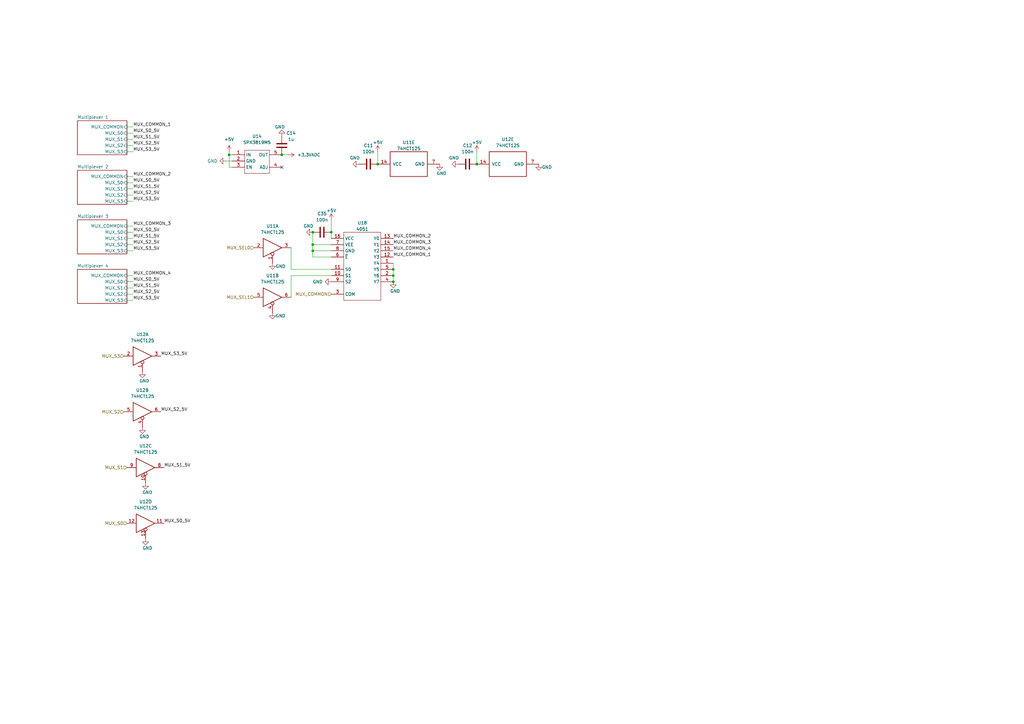
<source format=kicad_sch>
(kicad_sch (version 20230121) (generator eeschema)
  (paper "A3")
  (lib_symbols
    (symbol "74LVC125_1" (pin_names (offset 1.016))
      (property "Reference" "U?" (at 0 8.89 0))
      (property "Value" "74LVC125_1" (at 0 6.35 0))
      (symbol "74LVC125_1_1_0"
        (polyline (pts (xy -3.81 3.81) (xy -3.81 -3.81) (xy 3.81 0) (xy -3.81 3.81)) (stroke (width 0.254)))
        (pin input inverted (at 0 -6.35 90) (length 4.445) (name "~") (number "1"))
        (pin input line (at -7.62 0 0) (length 3.81) (name "~") (number "2"))
        (pin tri_state line (at 7.62 0 180) (length 3.81) (name "~") (number "3"))
      )
      (symbol "74LVC125_1_2_0"
        (polyline (pts (xy -3.81 3.81) (xy -3.81 -3.81) (xy 3.81 0) (xy -3.81 3.81)) (stroke (width 0.254)) (fill (type background)))
        (pin input inverted (at 0 -6.35 90) (length 4.445) (name "~") (number "4"))
        (pin input line (at -7.62 0 0) (length 3.81) (name "~") (number "5"))
        (pin tri_state line (at 7.62 0 180) (length 3.81) (name "~") (number "6"))
      )
      (symbol "74LVC125_1_3_0"
        (polyline (pts (xy -3.81 3.81) (xy -3.81 -3.81) (xy 3.81 0) (xy -3.81 3.81)) (stroke (width 0.254)) (fill (type background)))
        (pin input inverted (at 0 -6.35 90) (length 4.445) (name "~") (number "10"))
        (pin tri_state line (at 7.62 0 180) (length 3.81) (name "~") (number "8"))
        (pin input line (at -7.62 0 0) (length 3.81) (name "~") (number "9"))
      )
      (symbol "74LVC125_1_4_0"
        (polyline (pts (xy -3.81 3.81) (xy -3.81 -3.81) (xy 3.81 0) (xy -3.81 3.81)) (stroke (width 0.254)) (fill (type background)))
        (pin tri_state line (at 7.62 0 180) (length 3.81) (name "~") (number "11"))
        (pin input line (at -7.62 0 0) (length 3.81) (name "~") (number "12"))
        (pin input inverted (at 0 -6.35 90) (length 4.445) (name "~") (number "13"))
      )
      (symbol "74LVC125_1_5_0"
        (pin power_in line (at 0 12.7 270) (length 5.08) (name "VCC") (number "14"))
        (pin power_in line (at 0 -12.7 90) (length 5.08) (name "GND") (number "7"))
      )
      (symbol "74LVC125_1_5_1"
        (rectangle (start -5.08 7.62) (end 5.08 -7.62) (stroke (width 0.254)) (fill (type background)))
      )
    )
    (symbol "74LVC125_2" (pin_names (offset 1.016))
      (property "Reference" "U?" (at 0 8.89 0))
      (property "Value" "74LVC125_2" (at 0 6.35 0))
      (symbol "74LVC125_2_1_0"
        (polyline (pts (xy -3.81 3.81) (xy -3.81 -3.81) (xy 3.81 0) (xy -3.81 3.81)) (stroke (width 0.254)) (fill (type background)))
        (pin input inverted (at 0 -6.35 90) (length 4.445) (name "~") (number "1"))
        (pin input line (at -7.62 0 0) (length 3.81) (name "~") (number "2"))
        (pin tri_state line (at 7.62 0 180) (length 3.81) (name "~") (number "3"))
      )
      (symbol "74LVC125_2_2_0"
        (polyline (pts (xy -3.81 3.81) (xy -3.81 -3.81) (xy 3.81 0) (xy -3.81 3.81)) (stroke (width 0.254)))
        (pin input inverted (at 0 -6.35 90) (length 4.445) (name "~") (number "4"))
        (pin input line (at -7.62 0 0) (length 3.81) (name "~") (number "5"))
        (pin tri_state line (at 7.62 0 180) (length 3.81) (name "~") (number "6"))
      )
      (symbol "74LVC125_2_3_0"
        (polyline (pts (xy -3.81 3.81) (xy -3.81 -3.81) (xy 3.81 0) (xy -3.81 3.81)) (stroke (width 0.254)) (fill (type background)))
        (pin input inverted (at 0 -6.35 90) (length 4.445) (name "~") (number "10"))
        (pin tri_state line (at 7.62 0 180) (length 3.81) (name "~") (number "8"))
        (pin input line (at -7.62 0 0) (length 3.81) (name "~") (number "9"))
      )
      (symbol "74LVC125_2_4_0"
        (polyline (pts (xy -3.81 3.81) (xy -3.81 -3.81) (xy 3.81 0) (xy -3.81 3.81)) (stroke (width 0.254)) (fill (type background)))
        (pin tri_state line (at 7.62 0 180) (length 3.81) (name "~") (number "11"))
        (pin input line (at -7.62 0 0) (length 3.81) (name "~") (number "12"))
        (pin input inverted (at 0 -6.35 90) (length 4.445) (name "~") (number "13"))
      )
      (symbol "74LVC125_2_5_0"
        (pin power_in line (at 0 12.7 270) (length 5.08) (name "VCC") (number "14"))
        (pin power_in line (at 0 -12.7 90) (length 5.08) (name "GND") (number "7"))
      )
      (symbol "74LVC125_2_5_1"
        (rectangle (start -5.08 7.62) (end 5.08 -7.62) (stroke (width 0.254)) (fill (type background)))
      )
    )
    (symbol "74LVC125_3" (pin_names (offset 1.016))
      (property "Reference" "U?" (at 6.35 1.2701 0))
      (property "Value" "74LVC125" (at 6.35 -1.2699 0))
      (symbol "74LVC125_3_1_0"
        (polyline (pts (xy -3.81 3.81) (xy -3.81 -3.81) (xy 3.81 0) (xy -3.81 3.81)) (stroke (width 0.254)) (fill (type background)))
        (pin input inverted (at 0 -6.35 90) (length 4.445) (name "~") (number "1"))
        (pin input line (at -7.62 0 0) (length 3.81) (name "~") (number "2"))
        (pin tri_state line (at 7.62 0 180) (length 3.81) (name "~") (number "3"))
      )
      (symbol "74LVC125_3_2_0"
        (polyline (pts (xy -3.81 3.81) (xy -3.81 -3.81) (xy 3.81 0) (xy -3.81 3.81)) (stroke (width 0.254)) (fill (type background)))
        (pin input inverted (at 0 -6.35 90) (length 4.445) (name "~") (number "4"))
        (pin input line (at -7.62 0 0) (length 3.81) (name "~") (number "5"))
        (pin tri_state line (at 7.62 0 180) (length 3.81) (name "~") (number "6"))
      )
      (symbol "74LVC125_3_3_0"
        (polyline (pts (xy -3.81 3.81) (xy -3.81 -3.81) (xy 3.81 0) (xy -3.81 3.81)) (stroke (width 0.254)) (fill (type background)))
        (pin input inverted (at 0 -6.35 90) (length 4.445) (name "~") (number "10"))
        (pin tri_state line (at 7.62 0 180) (length 3.81) (name "~") (number "8"))
        (pin input line (at -7.62 0 0) (length 3.81) (name "~") (number "9"))
      )
      (symbol "74LVC125_3_4_0"
        (polyline (pts (xy -3.81 3.81) (xy -3.81 -3.81) (xy 3.81 0) (xy -3.81 3.81)) (stroke (width 0.254)) (fill (type background)))
        (pin tri_state line (at 7.62 0 180) (length 3.81) (name "~") (number "11"))
        (pin input line (at -7.62 0 0) (length 3.81) (name "~") (number "12"))
        (pin input inverted (at 0 -6.35 90) (length 4.445) (name "~") (number "13"))
      )
      (symbol "74LVC125_3_5_0"
        (pin power_in line (at 0 12.7 270) (length 5.08) (name "VCC") (number "14"))
        (pin power_in line (at 0 -12.7 90) (length 5.08) (name "GND") (number "7"))
      )
      (symbol "74LVC125_3_5_1"
        (rectangle (start -5.08 7.62) (end 5.08 -7.62) (stroke (width 0.254)))
      )
    )
    (symbol "74LVC125_4" (pin_names (offset 1.016))
      (property "Reference" "U?" (at 0 8.89 0))
      (property "Value" "74LVC125_4" (at 0 6.35 0))
      (symbol "74LVC125_4_1_0"
        (polyline (pts (xy -3.81 3.81) (xy -3.81 -3.81) (xy 3.81 0) (xy -3.81 3.81)) (stroke (width 0.254)))
        (pin input inverted (at 0 -6.35 90) (length 4.445) (name "~") (number "1"))
        (pin input line (at -7.62 0 0) (length 3.81) (name "~") (number "2"))
        (pin tri_state line (at 7.62 0 180) (length 3.81) (name "~") (number "3"))
      )
      (symbol "74LVC125_4_2_0"
        (polyline (pts (xy -3.81 3.81) (xy -3.81 -3.81) (xy 3.81 0) (xy -3.81 3.81)) (stroke (width 0.254)) (fill (type background)))
        (pin input inverted (at 0 -6.35 90) (length 4.445) (name "~") (number "4"))
        (pin input line (at -7.62 0 0) (length 3.81) (name "~") (number "5"))
        (pin tri_state line (at 7.62 0 180) (length 3.81) (name "~") (number "6"))
      )
      (symbol "74LVC125_4_3_0"
        (polyline (pts (xy -3.81 3.81) (xy -3.81 -3.81) (xy 3.81 0) (xy -3.81 3.81)) (stroke (width 0.254)) (fill (type background)))
        (pin input inverted (at 0 -6.35 90) (length 4.445) (name "~") (number "10"))
        (pin tri_state line (at 7.62 0 180) (length 3.81) (name "~") (number "8"))
        (pin input line (at -7.62 0 0) (length 3.81) (name "~") (number "9"))
      )
      (symbol "74LVC125_4_4_0"
        (polyline (pts (xy -3.81 3.81) (xy -3.81 -3.81) (xy 3.81 0) (xy -3.81 3.81)) (stroke (width 0.254)) (fill (type background)))
        (pin tri_state line (at 7.62 0 180) (length 3.81) (name "~") (number "11"))
        (pin input line (at -7.62 0 0) (length 3.81) (name "~") (number "12"))
        (pin input inverted (at 0 -6.35 90) (length 4.445) (name "~") (number "13"))
      )
      (symbol "74LVC125_4_5_0"
        (pin power_in line (at 0 12.7 270) (length 5.08) (name "VCC") (number "14"))
        (pin power_in line (at 0 -12.7 90) (length 5.08) (name "GND") (number "7"))
      )
      (symbol "74LVC125_4_5_1"
        (rectangle (start -5.08 7.62) (end 5.08 -7.62) (stroke (width 0.254)) (fill (type background)))
      )
    )
    (symbol "74LVC125_5" (pin_names (offset 1.016))
      (property "Reference" "U?" (at 0 8.89 0))
      (property "Value" "74LVC125_5" (at 0 6.35 0))
      (symbol "74LVC125_5_1_0"
        (polyline (pts (xy -3.81 3.81) (xy -3.81 -3.81) (xy 3.81 0) (xy -3.81 3.81)) (stroke (width 0.254)) (fill (type background)))
        (pin input inverted (at 0 -6.35 90) (length 4.445) (name "~") (number "1"))
        (pin input line (at -7.62 0 0) (length 3.81) (name "~") (number "2"))
        (pin tri_state line (at 7.62 0 180) (length 3.81) (name "~") (number "3"))
      )
      (symbol "74LVC125_5_2_0"
        (polyline (pts (xy -3.81 3.81) (xy -3.81 -3.81) (xy 3.81 0) (xy -3.81 3.81)) (stroke (width 0.254)))
        (pin input inverted (at 0 -6.35 90) (length 4.445) (name "~") (number "4"))
        (pin input line (at -7.62 0 0) (length 3.81) (name "~") (number "5"))
        (pin tri_state line (at 7.62 0 180) (length 3.81) (name "~") (number "6"))
      )
      (symbol "74LVC125_5_3_0"
        (polyline (pts (xy -3.81 3.81) (xy -3.81 -3.81) (xy 3.81 0) (xy -3.81 3.81)) (stroke (width 0.254)) (fill (type background)))
        (pin input inverted (at 0 -6.35 90) (length 4.445) (name "~") (number "10"))
        (pin tri_state line (at 7.62 0 180) (length 3.81) (name "~") (number "8"))
        (pin input line (at -7.62 0 0) (length 3.81) (name "~") (number "9"))
      )
      (symbol "74LVC125_5_4_0"
        (polyline (pts (xy -3.81 3.81) (xy -3.81 -3.81) (xy 3.81 0) (xy -3.81 3.81)) (stroke (width 0.254)) (fill (type background)))
        (pin tri_state line (at 7.62 0 180) (length 3.81) (name "~") (number "11"))
        (pin input line (at -7.62 0 0) (length 3.81) (name "~") (number "12"))
        (pin input inverted (at 0 -6.35 90) (length 4.445) (name "~") (number "13"))
      )
      (symbol "74LVC125_5_5_0"
        (pin power_in line (at 0 12.7 270) (length 5.08) (name "VCC") (number "14"))
        (pin power_in line (at 0 -12.7 90) (length 5.08) (name "GND") (number "7"))
      )
      (symbol "74LVC125_5_5_1"
        (rectangle (start -5.08 7.62) (end 5.08 -7.62) (stroke (width 0.254)) (fill (type background)))
      )
    )
    (symbol "74LVC125_6" (pin_names (offset 1.016))
      (property "Reference" "U?" (at 0 8.89 0))
      (property "Value" "74LVC125_6" (at 0 6.35 0))
      (symbol "74LVC125_6_1_0"
        (polyline (pts (xy -3.81 3.81) (xy -3.81 -3.81) (xy 3.81 0) (xy -3.81 3.81)) (stroke (width 0.254)) (fill (type background)))
        (pin input inverted (at 0 -6.35 90) (length 4.445) (name "~") (number "1"))
        (pin input line (at -7.62 0 0) (length 3.81) (name "~") (number "2"))
        (pin tri_state line (at 7.62 0 180) (length 3.81) (name "~") (number "3"))
      )
      (symbol "74LVC125_6_2_0"
        (polyline (pts (xy -3.81 3.81) (xy -3.81 -3.81) (xy 3.81 0) (xy -3.81 3.81)) (stroke (width 0.254)) (fill (type background)))
        (pin input inverted (at 0 -6.35 90) (length 4.445) (name "~") (number "4"))
        (pin input line (at -7.62 0 0) (length 3.81) (name "~") (number "5"))
        (pin tri_state line (at 7.62 0 180) (length 3.81) (name "~") (number "6"))
      )
      (symbol "74LVC125_6_3_0"
        (polyline (pts (xy -3.81 3.81) (xy -3.81 -3.81) (xy 3.81 0) (xy -3.81 3.81)) (stroke (width 0.254)))
        (pin input inverted (at 0 -6.35 90) (length 4.445) (name "~") (number "10"))
        (pin tri_state line (at 7.62 0 180) (length 3.81) (name "~") (number "8"))
        (pin input line (at -7.62 0 0) (length 3.81) (name "~") (number "9"))
      )
      (symbol "74LVC125_6_4_0"
        (polyline (pts (xy -3.81 3.81) (xy -3.81 -3.81) (xy 3.81 0) (xy -3.81 3.81)) (stroke (width 0.254)) (fill (type background)))
        (pin tri_state line (at 7.62 0 180) (length 3.81) (name "~") (number "11"))
        (pin input line (at -7.62 0 0) (length 3.81) (name "~") (number "12"))
        (pin input inverted (at 0 -6.35 90) (length 4.445) (name "~") (number "13"))
      )
      (symbol "74LVC125_6_5_0"
        (pin power_in line (at 0 12.7 270) (length 5.08) (name "VCC") (number "14"))
        (pin power_in line (at 0 -12.7 90) (length 5.08) (name "GND") (number "7"))
      )
      (symbol "74LVC125_6_5_1"
        (rectangle (start -5.08 7.62) (end 5.08 -7.62) (stroke (width 0.254)) (fill (type background)))
      )
    )
    (symbol "74LVC125_7" (pin_names (offset 1.016))
      (property "Reference" "U?" (at 0 8.89 0))
      (property "Value" "74LVC125_7" (at 0 6.35 0))
      (symbol "74LVC125_7_1_0"
        (polyline (pts (xy -3.81 3.81) (xy -3.81 -3.81) (xy 3.81 0) (xy -3.81 3.81)) (stroke (width 0.254)) (fill (type background)))
        (pin input inverted (at 0 -6.35 90) (length 4.445) (name "~") (number "1"))
        (pin input line (at -7.62 0 0) (length 3.81) (name "~") (number "2"))
        (pin tri_state line (at 7.62 0 180) (length 3.81) (name "~") (number "3"))
      )
      (symbol "74LVC125_7_2_0"
        (polyline (pts (xy -3.81 3.81) (xy -3.81 -3.81) (xy 3.81 0) (xy -3.81 3.81)) (stroke (width 0.254)) (fill (type background)))
        (pin input inverted (at 0 -6.35 90) (length 4.445) (name "~") (number "4"))
        (pin input line (at -7.62 0 0) (length 3.81) (name "~") (number "5"))
        (pin tri_state line (at 7.62 0 180) (length 3.81) (name "~") (number "6"))
      )
      (symbol "74LVC125_7_3_0"
        (polyline (pts (xy -3.81 3.81) (xy -3.81 -3.81) (xy 3.81 0) (xy -3.81 3.81)) (stroke (width 0.254)) (fill (type background)))
        (pin input inverted (at 0 -6.35 90) (length 4.445) (name "~") (number "10"))
        (pin tri_state line (at 7.62 0 180) (length 3.81) (name "~") (number "8"))
        (pin input line (at -7.62 0 0) (length 3.81) (name "~") (number "9"))
      )
      (symbol "74LVC125_7_4_0"
        (polyline (pts (xy -3.81 3.81) (xy -3.81 -3.81) (xy 3.81 0) (xy -3.81 3.81)) (stroke (width 0.254)))
        (pin tri_state line (at 7.62 0 180) (length 3.81) (name "~") (number "11"))
        (pin input line (at -7.62 0 0) (length 3.81) (name "~") (number "12"))
        (pin input inverted (at 0 -6.35 90) (length 4.445) (name "~") (number "13"))
      )
      (symbol "74LVC125_7_5_0"
        (pin power_in line (at 0 12.7 270) (length 5.08) (name "VCC") (number "14"))
        (pin power_in line (at 0 -12.7 90) (length 5.08) (name "GND") (number "7"))
      )
      (symbol "74LVC125_7_5_1"
        (rectangle (start -5.08 7.62) (end 5.08 -7.62) (stroke (width 0.254)) (fill (type background)))
      )
    )
    (symbol "74xx:74LVC125" (pin_names (offset 1.016))
      (property "Reference" "U?" (at 0 10.16 90))
      (property "Value" "74LVC125" (at 0 7.62 90))
      (symbol "74LVC125_1_0"
        (polyline (pts (xy -3.81 3.81) (xy -3.81 -3.81) (xy 3.81 0) (xy -3.81 3.81)) (stroke (width 0.254)) (fill (type background)))
        (pin input inverted (at 0 -6.35 90) (length 4.445) (name "~") (number "1"))
        (pin input line (at -7.62 0 0) (length 3.81) (name "~") (number "2"))
        (pin tri_state line (at 7.62 0 180) (length 3.81) (name "~") (number "3"))
      )
      (symbol "74LVC125_2_0"
        (polyline (pts (xy -3.81 3.81) (xy -3.81 -3.81) (xy 3.81 0) (xy -3.81 3.81)) (stroke (width 0.254)) (fill (type background)))
        (pin input inverted (at 0 -6.35 90) (length 4.445) (name "~") (number "4"))
        (pin input line (at -7.62 0 0) (length 3.81) (name "~") (number "5"))
        (pin tri_state line (at 7.62 0 180) (length 3.81) (name "~") (number "6"))
      )
      (symbol "74LVC125_3_0"
        (polyline (pts (xy -3.81 3.81) (xy -3.81 -3.81) (xy 3.81 0) (xy -3.81 3.81)) (stroke (width 0.254)) (fill (type background)))
        (pin input inverted (at 0 -6.35 90) (length 4.445) (name "~") (number "10"))
        (pin tri_state line (at 7.62 0 180) (length 3.81) (name "~") (number "8"))
        (pin input line (at -7.62 0 0) (length 3.81) (name "~") (number "9"))
      )
      (symbol "74LVC125_4_0"
        (polyline (pts (xy -3.81 3.81) (xy -3.81 -3.81) (xy 3.81 0) (xy -3.81 3.81)) (stroke (width 0.254)) (fill (type background)))
        (pin tri_state line (at 7.62 0 180) (length 3.81) (name "~") (number "11"))
        (pin input line (at -7.62 0 0) (length 3.81) (name "~") (number "12"))
        (pin input inverted (at 0 -6.35 90) (length 4.445) (name "~") (number "13"))
      )
      (symbol "74LVC125_5_0"
        (pin power_in line (at 0 12.7 270) (length 5.08) (name "VCC") (number "14"))
        (pin power_in line (at 0 -12.7 90) (length 5.08) (name "GND") (number "7"))
      )
      (symbol "74LVC125_5_1"
        (rectangle (start -5.08 7.62) (end 5.08 -7.62) (stroke (width 0.254)))
      )
    )
    (symbol "Device:C" (pin_numbers hide) (pin_names (offset 0.254))
      (property "Reference" "C" (at 0.635 2.54 0))
      (property "Value" "C" (at 0.635 -2.54 0))
      (symbol "C_0_1"
        (polyline (pts (xy -2.032 -0.762) (xy 2.032 -0.762)) (stroke (width 0.508)))
        (polyline (pts (xy -2.032 0.762) (xy 2.032 0.762)) (stroke (width 0.508)))
      )
      (symbol "C_1_1"
        (pin passive line (at 0 3.81 270) (length 2.794) (name "~") (number "1"))
        (pin passive line (at 0 -3.81 90) (length 2.794) (name "~") (number "2"))
      )
    )
    (symbol "Igor:4051"
      (property "Reference" "U?" (at 7.62 31.75 0))
      (property "Value" "4051" (at 7.62 29.21 0))
      (symbol "4051_0_1"
        (rectangle (start 0 27.94) (end 15.24 0))
      )
      (symbol "4051_1_1"
        (pin passive line (at 20.32 15.24 180) (length 5.08) (name "Y4") (number "1"))
        (pin input line (at -5.08 10.16 0) (length 5.08) (name "S1") (number "10"))
        (pin input line (at -5.08 12.7 0) (length 5.08) (name "S0") (number "11"))
        (pin passive line (at 20.32 17.78 180) (length 5.08) (name "Y3") (number "12"))
        (pin passive line (at 20.32 25.4 180) (length 5.08) (name "Y0") (number "13"))
        (pin passive line (at 20.32 22.86 180) (length 5.08) (name "Y1") (number "14"))
        (pin passive line (at 20.32 20.32 180) (length 5.08) (name "Y2") (number "15"))
        (pin power_in line (at -5.08 25.4 0) (length 5.08) (name "VCC") (number "16"))
        (pin passive line (at 20.32 10.16 180) (length 5.08) (name "Y6") (number "2"))
        (pin passive line (at -5.08 2.54 0) (length 5.08) (name "COM") (number "3"))
        (pin passive line (at 20.32 7.62 180) (length 5.08) (name "Y7") (number "4"))
        (pin passive line (at 20.32 12.7 180) (length 5.08) (name "Y5") (number "5"))
        (pin input line (at -5.08 17.78 0) (length 5.08) (name "~{E}") (number "6"))
        (pin power_in line (at -5.08 22.86 0) (length 5.08) (name "VEE") (number "7"))
        (pin power_in line (at -5.08 20.32 0) (length 5.08) (name "GND") (number "8"))
        (pin input line (at -5.08 7.62 0) (length 5.08) (name "S2") (number "9"))
      )
    )
    (symbol "igor_lib:SPX3819M5"
      (property "Reference" "U?" (at 5.08 13.97 0))
      (property "Value" "SPX3819M5" (at 5.08 11.43 0))
      (symbol "SPX3819M5_0_1"
        (rectangle (start 0 9.525) (end 10.16 0))
      )
      (symbol "SPX3819M5_1_1"
        (pin power_in line (at -5.08 7.62 0) (length 5.08) (name "IN") (number "1"))
        (pin power_in line (at -5.08 5.08 0) (length 5.08) (name "GND") (number "2"))
        (pin input line (at -5.08 2.54 0) (length 5.08) (name "EN") (number "3"))
        (pin input line (at 15.24 2.54 180) (length 5.08) (name "ADJ") (number "4"))
        (pin power_out line (at 15.24 7.62 180) (length 5.08) (name "OUT") (number "5"))
      )
    )
    (symbol "power:+3.3VADC" (power) (pin_names (offset 0))
      (property "Value" "+3.3VADC" (at 0 2.54 0))
      (symbol "+3.3VADC_0_0"
        (pin power_in line (at 0 0 90) (length 0) hide (name "+3.3VADC") (number "1"))
      )
      (symbol "+3.3VADC_0_1"
        (polyline (pts (xy -0.762 1.27) (xy 0 2.54)))
        (polyline (pts (xy 0 0) (xy 0 2.54)))
        (polyline (pts (xy 0 2.54) (xy 0.762 1.27)))
      )
    )
    (symbol "power:+5V" (power) (pin_names (offset 0))
      (property "Value" "+5V" (at 0 3.556 0))
      (symbol "+5V_0_1"
        (polyline (pts (xy -0.762 1.27) (xy 0 2.54)))
        (polyline (pts (xy 0 0) (xy 0 2.54)))
        (polyline (pts (xy 0 2.54) (xy 0.762 1.27)))
      )
      (symbol "+5V_1_1"
        (pin power_in line (at 0 0 90) (length 0) hide (name "+5V") (number "1"))
      )
    )
    (symbol "power:GND" (power) (pin_names (offset 0))
      (property "Value" "GND" (at 0 -3.81 0))
      (symbol "GND_0_1"
        (polyline (pts (xy 0 0) (xy 0 -1.27) (xy 1.27 -1.27) (xy 0 -2.54) (xy -1.27 -1.27) (xy 0 -1.27)))
      )
      (symbol "GND_1_1"
        (pin power_in line (at 0 0 270) (length 0) hide (name "GND") (number "1"))
      )
    )
  )
  (junction (at 115.57 63.5))
  (junction (at 128.27 102.87))
  (junction (at 195.58 67.31))
  (junction (at 128.27 95.25))
  (junction (at 161.29 110.49))
  (junction (at 128.27 100.33))
  (junction (at 161.29 113.03))
  (junction (at 93.98 63.5))
  (junction (at 161.29 115.57))
  (junction (at 135.89 95.25))
  (junction (at 154.94 67.31))
  (no_connect (at 115.57 68.58))
  (wire (pts (xy 128.27 105.41) (xy 128.27 102.87)))
  (wire (pts (xy 52.07 118.11) (xy 54.61 118.11)))
  (wire (pts (xy 52.07 113.03) (xy 54.61 113.03)))
  (wire (pts (xy 135.89 113.03) (xy 119.38 113.03)))
  (wire (pts (xy 52.07 54.61) (xy 54.61 54.61)))
  (wire (pts (xy 119.38 113.03) (xy 119.38 121.92)))
  (wire (pts (xy 52.07 80.01) (xy 54.61 80.01)))
  (wire (pts (xy 52.07 82.55) (xy 54.61 82.55)))
  (wire (pts (xy 119.38 110.49) (xy 119.38 101.6)))
  (wire (pts (xy 52.07 92.71) (xy 54.61 92.71)))
  (wire (pts (xy 128.27 102.87) (xy 135.89 102.87)))
  (wire (pts (xy 52.07 102.87) (xy 54.61 102.87)))
  (wire (pts (xy 52.07 74.93) (xy 54.61 74.93)))
  (wire (pts (xy 93.98 62.23) (xy 93.98 63.5)))
  (wire (pts (xy 135.89 100.33) (xy 128.27 100.33)))
  (wire (pts (xy 128.27 100.33) (xy 128.27 95.25)))
  (wire (pts (xy 135.89 90.17) (xy 135.89 95.25)))
  (wire (pts (xy 135.89 110.49) (xy 119.38 110.49)))
  (wire (pts (xy 195.58 62.23) (xy 195.58 67.31)))
  (wire (pts (xy 52.07 123.19) (xy 54.61 123.19)))
  (wire (pts (xy 118.11 63.5) (xy 115.57 63.5)))
  (wire (pts (xy 128.27 102.87) (xy 128.27 100.33)))
  (wire (pts (xy 161.29 113.03) (xy 161.29 115.57)))
  (wire (pts (xy 52.07 52.07) (xy 54.61 52.07)))
  (wire (pts (xy 52.07 115.57) (xy 54.61 115.57)))
  (wire (pts (xy 52.07 59.69) (xy 54.61 59.69)))
  (wire (pts (xy 52.07 120.65) (xy 54.61 120.65)))
  (wire (pts (xy 93.98 63.5) (xy 95.25 63.5)))
  (wire (pts (xy 52.07 57.15) (xy 54.61 57.15)))
  (wire (pts (xy 93.98 63.5) (xy 93.98 68.58)))
  (wire (pts (xy 154.94 62.23) (xy 154.94 67.31)))
  (wire (pts (xy 52.07 100.33) (xy 54.61 100.33)))
  (wire (pts (xy 95.25 68.58) (xy 93.98 68.58)))
  (wire (pts (xy 52.07 77.47) (xy 54.61 77.47)))
  (wire (pts (xy 135.89 95.25) (xy 135.89 97.79)))
  (wire (pts (xy 161.29 110.49) (xy 161.29 113.03)))
  (wire (pts (xy 52.07 97.79) (xy 54.61 97.79)))
  (wire (pts (xy 52.07 72.39) (xy 54.61 72.39)))
  (wire (pts (xy 135.89 105.41) (xy 128.27 105.41)))
  (wire (pts (xy 161.29 107.95) (xy 161.29 110.49)))
  (wire (pts (xy 52.07 95.25) (xy 54.61 95.25)))
  (wire (pts (xy 52.07 62.23) (xy 54.61 62.23)))
  (wire (pts (xy 92.71 66.04) (xy 95.25 66.04)))
  (label "MUX_S0_5V" (at 54.61 74.93 0))
  (label "MUX_COMMON_1" (at 161.29 105.41 0))
  (label "MUX_COMMON_4" (at 161.29 102.87 0))
  (label "MUX_S3_5V" (at 66.04 146.05 0))
  (label "MUX_S1_5V" (at 54.61 97.79 0))
  (label "MUX_S0_5V" (at 54.61 54.61 0))
  (label "MUX_COMMON_3" (at 54.61 92.71 0))
  (label "MUX_S3_5V" (at 54.61 62.23 0))
  (label "MUX_S3_5V" (at 54.61 82.55 0))
  (label "MUX_S1_5V" (at 54.61 118.11 0))
  (label "MUX_COMMON_2" (at 54.61 72.39 0))
  (label "MUX_COMMON_4" (at 54.61 113.03 0))
  (label "MUX_COMMON_1" (at 54.61 52.07 0))
  (label "MUX_S2_5V" (at 66.04 168.91 0))
  (label "MUX_S2_5V" (at 54.61 80.01 0))
  (label "MUX_S0_5V" (at 67.31 214.63 0))
  (label "MUX_S1_5V" (at 67.31 191.77 0))
  (label "MUX_S2_5V" (at 54.61 59.69 0))
  (label "MUX_S2_5V" (at 54.61 100.33 0))
  (label "MUX_COMMON_3" (at 161.29 100.33 0))
  (label "MUX_S2_5V" (at 54.61 120.65 0))
  (label "MUX_COMMON_2" (at 161.29 97.79 0))
  (label "MUX_S3_5V" (at 54.61 102.87 0))
  (label "MUX_S0_5V" (at 54.61 115.57 0))
  (label "MUX_S0_5V" (at 54.61 95.25 0))
  (label "MUX_S3_5V" (at 54.61 123.19 0))
  (label "MUX_S1_5V" (at 54.61 57.15 0))
  (label "MUX_S1_5V" (at 54.61 77.47 0))
  (hierarchical_label "MUX_SEL1" (shape input) (at 104.14 121.92 180))
  (hierarchical_label "MUX_S1" (shape input) (at 52.07 191.77 180))
  (hierarchical_label "MUX_S2" (shape input) (at 50.8 168.91 180))
  (hierarchical_label "MUX_COMMON" (shape input) (at 135.89 120.65 180))
  (hierarchical_label "MUX_S0" (shape input) (at 52.07 214.63 180))
  (hierarchical_label "MUX_SEL0" (shape input) (at 104.14 101.6 180))
  (hierarchical_label "MUX_S3" (shape input) (at 50.8 146.05 180))
  (symbol (lib_id "power:GND") (at 147.32 67.31 270) (unit 1)
    (property "Reference" "#PWR0150" (effects hide))
    (property "Value" "GND" (at 143.51 64.77 90) (effects (justify left)))
  )
  (symbol (lib_id "Igor:4051") (at 140.97 123.19 0) (unit 1)
    (property "Reference" "U18" (at 148.59 91.44 0))
    (property "Value" "4051" (at 148.59 93.98 0))
    (property "Footprint" "Package_SO:SOIC-16_3.9x9.9mm_P1.27mm" (effects hide))
    (property "LCSC" "C9386" (effects hide))
  )
  (symbol (lib_name "74LVC125_1") (lib_id "74xx:74LVC125") (at 111.76 101.6 0) (unit 1)
    (property "Reference" "U11" (at 111.76 92.71 0))
    (property "Value" "74HCT125" (at 111.76 95.25 0))
    (property "Footprint" "Package_SO:TSSOP-14_4.4x5mm_P0.65mm" (effects hide))
    (property "Datasheet" "http://www.ti.com/lit/gpn/sn74LVC125" (effects hide))
    (property "LCSC" "C36365" (effects hide))
  )
  (symbol (lib_id "power:GND") (at 111.76 107.95 0) (unit 1)
    (property "Reference" "#PWR0124" (effects hide))
    (property "Value" "GND" (at 113.03 109.22 0) (effects (justify left)))
  )
  (symbol (lib_id "power:GND") (at 187.96 67.31 270) (unit 1)
    (property "Reference" "#PWR0157" (effects hide))
    (property "Value" "GND" (at 184.15 64.77 90) (effects (justify left)))
  )
  (symbol (lib_name "74LVC125_5") (lib_id "74xx:74LVC125") (at 58.42 168.91 0) (unit 2)
    (property "Reference" "U12" (at 58.42 160.02 0))
    (property "Value" "74HCT125" (at 58.42 162.56 0))
    (property "Footprint" "Package_SO:TSSOP-14_4.4x5mm_P0.65mm" (effects hide))
    (property "Datasheet" "http://www.ti.com/lit/gpn/sn74LVC125" (effects hide))
    (property "LCSC" "C36365" (effects hide))
  )
  (symbol (lib_id "Device:C") (at 191.77 67.31 90) (unit 1)
    (property "Reference" "C12" (at 191.77 59.69 90))
    (property "Value" "100n" (at 191.77 62.23 90))
    (property "Footprint" "Capacitor_SMD:C_0402_1005Metric" (effects hide))
    (property "LCSC" "C1525" (effects hide))
  )
  (symbol (lib_name "74LVC125_4") (lib_id "74xx:74LVC125") (at 58.42 146.05 0) (unit 1)
    (property "Reference" "U12" (at 58.42 137.16 0))
    (property "Value" "74HCT125" (at 58.42 139.7 0))
    (property "Footprint" "Package_SO:TSSOP-14_4.4x5mm_P0.65mm" (effects hide))
    (property "Datasheet" "http://www.ti.com/lit/gpn/sn74LVC125" (effects hide))
    (property "LCSC" "C36365" (effects hide))
  )
  (symbol (lib_id "igor_lib:SPX3819M5") (at 100.33 71.12 0) (unit 1)
    (property "Reference" "U14" (at 105.41 55.88 0))
    (property "Value" "SPX3819M5" (at 105.41 58.42 0))
    (property "Footprint" "Package_TO_SOT_SMD:SOT-23-5" (effects hide))
    (property "LCSC" "C9055" (effects hide))
  )
  (symbol (lib_id "power:GND") (at 161.29 115.57 0) (unit 1)
    (property "Reference" "#PWR0180" (effects hide))
    (property "Value" "GND" (at 160.02 119.38 0) (effects (justify left)))
  )
  (symbol (lib_id "power:GND") (at 180.34 67.31 0) (unit 1)
    (property "Reference" "#PWR0151" (effects hide))
    (property "Value" "GND" (at 179.07 71.12 0) (effects (justify left)))
  )
  (symbol (lib_id "power:+5V") (at 135.89 90.17 0) (unit 1)
    (property "Reference" "#PWR0114" (effects hide))
    (property "Value" "+5V" (at 135.89 86.36 0))
  )
  (symbol (lib_id "power:GND") (at 135.89 115.57 270) (unit 1)
    (property "Reference" "#PWR0181" (effects hide))
    (property "Value" "GND" (at 128.27 115.57 90) (effects (justify left)))
  )
  (symbol (lib_id "power:+5V") (at 93.98 62.23 0) (unit 1)
    (property "Reference" "#PWR0115" (effects hide))
    (property "Value" "+5V" (at 93.98 57.15 0))
  )
  (symbol (lib_name "74LVC125_2") (lib_id "74xx:74LVC125") (at 111.76 121.92 0) (unit 2)
    (property "Reference" "U11" (at 111.76 113.03 0))
    (property "Value" "74HCT125" (at 111.76 115.57 0))
    (property "Footprint" "Package_SO:TSSOP-14_4.4x5mm_P0.65mm" (effects hide))
    (property "Datasheet" "http://www.ti.com/lit/gpn/sn74LVC125" (effects hide))
    (property "LCSC" "C36365" (effects hide))
  )
  (symbol (lib_id "power:+5V") (at 195.58 62.23 0) (unit 1)
    (property "Reference" "#PWR0159" (effects hide))
    (property "Value" "+5V" (at 195.58 58.42 0))
  )
  (symbol (lib_id "power:GND") (at 92.71 66.04 270) (unit 1)
    (property "Reference" "#PWR0118" (effects hide))
    (property "Value" "GND" (at 85.09 66.04 90) (effects (justify left)))
  )
  (symbol (lib_name "74LVC125_7") (lib_id "74xx:74LVC125") (at 59.69 214.63 0) (unit 4)
    (property "Reference" "U12" (at 59.69 205.74 0))
    (property "Value" "74HCT125" (at 59.69 208.28 0))
    (property "Footprint" "Package_SO:TSSOP-14_4.4x5mm_P0.65mm" (effects hide))
    (property "Datasheet" "http://www.ti.com/lit/gpn/sn74LVC125" (effects hide))
    (property "LCSC" "C36365" (effects hide))
  )
  (symbol (lib_id "power:GND") (at 59.69 198.12 0) (unit 1)
    (property "Reference" "#PWR0160" (effects hide))
    (property "Value" "GND" (at 58.42 201.93 0) (effects (justify left)))
  )
  (symbol (lib_id "Device:C") (at 132.08 95.25 90) (unit 1)
    (property "Reference" "C35" (at 132.08 87.63 90))
    (property "Value" "100n" (at 132.08 90.17 90))
    (property "Footprint" "Capacitor_SMD:C_0402_1005Metric" (effects hide))
    (property "LCSC" "C1525" (effects hide))
  )
  (symbol (lib_id "power:GND") (at 58.42 175.26 0) (unit 1)
    (property "Reference" "#PWR0162" (effects hide))
    (property "Value" "GND" (at 57.15 179.07 0) (effects (justify left)))
  )
  (symbol (lib_id "power:GND") (at 115.57 55.88 180) (unit 1)
    (property "Reference" "#PWR0121" (effects hide))
    (property "Value" "GND" (at 116.84 52.07 0) (effects (justify left)))
  )
  (symbol (lib_id "power:GND") (at 59.69 220.98 0) (unit 1)
    (property "Reference" "#PWR0161" (effects hide))
    (property "Value" "GND" (at 58.42 224.79 0) (effects (justify left)))
  )
  (symbol (lib_id "74xx:74LVC125") (at 167.64 67.31 90) (unit 5)
    (property "Reference" "U11" (at 167.64 58.42 90))
    (property "Value" "74HCT125" (at 167.64 60.96 90))
    (property "Footprint" "Package_SO:TSSOP-14_4.4x5mm_P0.65mm" (effects hide))
    (property "Datasheet" "http://www.ti.com/lit/gpn/sn74LVC125" (effects hide))
    (property "LCSC" "C36365" (effects hide))
  )
  (symbol (lib_id "power:+3.3VADC") (at 118.11 63.5 270) (unit 1)
    (property "Reference" "#PWR0120" (effects hide))
    (property "Value" "+3.3VADC" (at 121.92 63.4999 90) (effects (justify left)))
  )
  (symbol (lib_id "power:GND") (at 128.27 95.25 270) (unit 1)
    (property "Reference" "#PWR0184" (effects hide))
    (property "Value" "GND" (at 124.46 92.71 90) (effects (justify left)))
  )
  (symbol (lib_id "power:GND") (at 111.76 128.27 0) (unit 1)
    (property "Reference" "#PWR0127" (effects hide))
    (property "Value" "GND" (at 113.03 129.54 0) (effects (justify left)))
  )
  (symbol (lib_name "74LVC125_3") (lib_id "74xx:74LVC125") (at 208.28 67.31 90) (unit 5)
    (property "Reference" "U12" (at 208.28 57.15 90))
    (property "Value" "74HCT125" (at 208.28 59.69 90))
    (property "Footprint" "Package_SO:TSSOP-14_4.4x5mm_P0.65mm" (effects hide))
    (property "Datasheet" "http://www.ti.com/lit/gpn/sn74LVC125" (effects hide))
    (property "LCSC" "C36365" (effects hide))
  )
  (symbol (lib_id "Device:C") (at 151.13 67.31 90) (unit 1)
    (property "Reference" "C11" (at 151.13 59.69 90))
    (property "Value" "100n" (at 151.13 62.23 90))
    (property "Footprint" "Capacitor_SMD:C_0402_1005Metric" (effects hide))
    (property "LCSC" "C1525" (effects hide))
  )
  (symbol (lib_id "power:+5V") (at 154.94 62.23 0) (unit 1)
    (property "Reference" "#PWR0149" (effects hide))
    (property "Value" "+5V" (at 154.94 58.42 0))
  )
  (symbol (lib_id "Device:C") (at 115.57 59.69 0) (unit 1)
    (property "Reference" "C14" (at 119.38 54.61 0))
    (property "Value" "1u" (at 119.38 57.15 0))
    (property "Footprint" "Capacitor_SMD:C_0402_1005Metric" (effects hide))
    (property "LCSC" "C52923" (effects hide))
  )
  (symbol (lib_id "power:GND") (at 220.98 67.31 0) (unit 1)
    (property "Reference" "#PWR0158" (effects hide))
    (property "Value" "GND" (at 222.25 68.58 0) (effects (justify left)))
  )
  (symbol (lib_name "74LVC125_6") (lib_id "74xx:74LVC125") (at 59.69 191.77 0) (unit 3)
    (property "Reference" "U12" (at 59.69 182.88 0))
    (property "Value" "74HCT125" (at 59.69 185.42 0))
    (property "Footprint" "Package_SO:TSSOP-14_4.4x5mm_P0.65mm" (effects hide))
    (property "Datasheet" "http://www.ti.com/lit/gpn/sn74LVC125" (effects hide))
    (property "LCSC" "C36365" (effects hide))
  )
  (symbol (lib_id "power:GND") (at 58.42 152.4 0) (unit 1)
    (property "Reference" "#PWR0163" (effects hide))
    (property "Value" "GND" (at 57.15 156.21 0) (effects (justify left)))
  )
  (sheet (at 31.75 69.85) (size 20.32 13.97) (stroke (width 0.1524))
    (property "Sheetname" "Multiplexer 2" (at 31.75 69.1384 0) (effects (justify left bottom)))
    (property "Sheetfile" "Analog_Multiplexer.kicad_sch" (effects hide))
    (pin "MUX_COMMON" input (at 52.07 72.39 0))
    (pin "MUX_S2" input (at 52.07 80.01 0))
    (pin "MUX_S0" input (at 52.07 74.93 0))
    (pin "MUX_S1" input (at 52.07 77.47 0))
    (pin "MUX_S3" input (at 52.07 82.55 0))
  )
  (sheet (at 31.75 49.53) (size 20.32 13.97) (stroke (width 0.1524))
    (property "Sheetname" "Multiplexer 1" (at 31.75 48.8184 0) (effects (justify left bottom)))
    (property "Sheetfile" "Analog_Multiplexer.kicad_sch" (effects hide))
    (pin "MUX_COMMON" input (at 52.07 52.07 0))
    (pin "MUX_S2" input (at 52.07 59.69 0))
    (pin "MUX_S0" input (at 52.07 54.61 0))
    (pin "MUX_S1" input (at 52.07 57.15 0))
    (pin "MUX_S3" input (at 52.07 62.23 0))
  )
  (sheet (at 31.75 110.49) (size 20.32 13.97) (stroke (width 0.1524))
    (property "Sheetname" "Multiplexer 4" (at 31.75 109.7784 0) (effects (justify left bottom)))
    (property "Sheetfile" "Analog_Multiplexer.kicad_sch" (effects hide))
    (pin "MUX_COMMON" input (at 52.07 113.03 0))
    (pin "MUX_S2" input (at 52.07 120.65 0))
    (pin "MUX_S0" input (at 52.07 115.57 0))
    (pin "MUX_S1" input (at 52.07 118.11 0))
    (pin "MUX_S3" input (at 52.07 123.19 0))
  )
  (sheet (at 31.75 90.17) (size 20.32 13.97) (stroke (width 0.1524))
    (property "Sheetname" "Multiplexer 3" (at 31.75 89.4584 0) (effects (justify left bottom)))
    (property "Sheetfile" "Analog_Multiplexer.kicad_sch" (effects hide))
    (pin "MUX_COMMON" input (at 52.07 92.71 0))
    (pin "MUX_S2" input (at 52.07 100.33 0))
    (pin "MUX_S0" input (at 52.07 95.25 0))
    (pin "MUX_S1" input (at 52.07 97.79 0))
    (pin "MUX_S3" input (at 52.07 102.87 0))
  )
)
</source>
